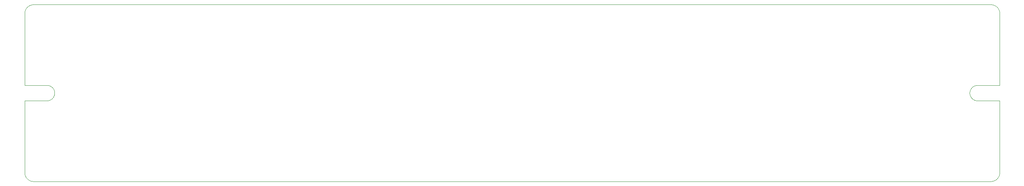
<source format=gbr>
G04 #@! TF.GenerationSoftware,KiCad,Pcbnew,(5.1.5)-3*
G04 #@! TF.CreationDate,2020-05-22T16:17:05-04:00*
G04 #@! TF.ProjectId,os_multitap,6f735f6d-756c-4746-9974-61702e6b6963,rev?*
G04 #@! TF.SameCoordinates,Original*
G04 #@! TF.FileFunction,Profile,NP*
%FSLAX46Y46*%
G04 Gerber Fmt 4.6, Leading zero omitted, Abs format (unit mm)*
G04 Created by KiCad (PCBNEW (5.1.5)-3) date 2020-05-22 16:17:05*
%MOMM*%
%LPD*%
G04 APERTURE LIST*
%ADD10C,0.100000*%
G04 APERTURE END LIST*
D10*
X43455786Y-88175786D02*
X43405706Y-88227696D01*
X43405706Y-88227696D02*
X43357563Y-88281343D01*
X43357563Y-88281343D02*
X43311760Y-88336229D01*
X43311760Y-88336229D02*
X43267483Y-88393339D01*
X43267483Y-88393339D02*
X43224082Y-88453771D01*
X43224082Y-88453771D02*
X43183858Y-88514368D01*
X43183858Y-88514368D02*
X43144954Y-88577937D01*
X43144954Y-88577937D02*
X43107409Y-88644850D01*
X43107409Y-88644850D02*
X43073321Y-88711377D01*
X43073321Y-88711377D02*
X43041145Y-88780489D01*
X43041145Y-88780489D02*
X43010503Y-88853593D01*
X43010503Y-88853593D02*
X42982527Y-88928585D01*
X42982527Y-88928585D02*
X42957670Y-89004312D01*
X42957670Y-89004312D02*
X42935395Y-89082699D01*
X42935395Y-89082699D02*
X42915903Y-89163905D01*
X42915903Y-89163905D02*
X42899498Y-89247701D01*
X42899498Y-89247701D02*
X42886312Y-89334982D01*
X42886312Y-89334982D02*
X42876749Y-89425708D01*
X42876749Y-89425708D02*
X42871187Y-89520976D01*
X42871187Y-89520976D02*
X42870000Y-89590000D01*
X262284215Y-88175785D02*
X262232298Y-88125705D01*
X262232298Y-88125705D02*
X262179378Y-88078195D01*
X262179378Y-88078195D02*
X262123612Y-88031638D01*
X262123612Y-88031638D02*
X262065424Y-87986564D01*
X262065424Y-87986564D02*
X262007006Y-87944623D01*
X262007006Y-87944623D02*
X261946591Y-87904473D01*
X261946591Y-87904473D02*
X261883041Y-87865533D01*
X261883041Y-87865533D02*
X261817831Y-87828851D01*
X261817831Y-87828851D02*
X261750668Y-87794326D01*
X261750668Y-87794326D02*
X261682465Y-87762454D01*
X261682465Y-87762454D02*
X261612066Y-87732756D01*
X261612066Y-87732756D02*
X261537878Y-87704806D01*
X261537878Y-87704806D02*
X261461879Y-87679579D01*
X261461879Y-87679579D02*
X261382648Y-87656807D01*
X261382648Y-87656807D02*
X261299451Y-87636639D01*
X261299451Y-87636639D02*
X261215691Y-87620089D01*
X261215691Y-87620089D02*
X261128057Y-87606705D01*
X261128057Y-87606705D02*
X261035434Y-87596844D01*
X261035434Y-87596844D02*
X260940566Y-87591239D01*
X260940566Y-87591239D02*
X260870000Y-87589999D01*
X262870002Y-89590000D02*
X262867580Y-89491595D01*
X262867580Y-89491595D02*
X262860717Y-89397495D01*
X262860717Y-89397495D02*
X262849965Y-89307572D01*
X262849965Y-89307572D02*
X262835730Y-89221305D01*
X262835730Y-89221305D02*
X262817862Y-89136297D01*
X262817862Y-89136297D02*
X262797388Y-89055970D01*
X262797388Y-89055970D02*
X262774214Y-88978470D01*
X262774214Y-88978470D02*
X262748212Y-88902744D01*
X262748212Y-88902744D02*
X262719794Y-88829562D01*
X262719794Y-88829562D02*
X262689473Y-88759629D01*
X262689473Y-88759629D02*
X262656503Y-88690881D01*
X262656503Y-88690881D02*
X262620911Y-88623395D01*
X262620911Y-88623395D02*
X262584310Y-88559870D01*
X262584310Y-88559870D02*
X262545352Y-88497648D01*
X262545352Y-88497648D02*
X262503624Y-88436174D01*
X262503624Y-88436174D02*
X262460479Y-88377395D01*
X262460479Y-88377395D02*
X262414625Y-88319503D01*
X262414625Y-88319503D02*
X262368064Y-88264926D01*
X262368064Y-88264926D02*
X262319427Y-88211896D01*
X262319427Y-88211896D02*
X262284215Y-88175785D01*
X44870000Y-127590001D02*
X260870000Y-127590001D01*
X260870000Y-87589999D02*
X44870000Y-87589999D01*
X262870002Y-125589999D02*
X262870002Y-109340000D01*
X44870000Y-87589999D02*
X44771595Y-87592417D01*
X44771595Y-87592417D02*
X44677687Y-87599258D01*
X44677687Y-87599258D02*
X44587952Y-87609974D01*
X44587952Y-87609974D02*
X44500552Y-87624407D01*
X44500552Y-87624407D02*
X44414435Y-87642562D01*
X44414435Y-87642562D02*
X44333764Y-87663218D01*
X44333764Y-87663218D02*
X44254115Y-87687181D01*
X44254115Y-87687181D02*
X44177735Y-87713621D01*
X44177735Y-87713621D02*
X44105335Y-87741946D01*
X44105335Y-87741946D02*
X44033393Y-87773377D01*
X44033393Y-87773377D02*
X43965435Y-87806240D01*
X43965435Y-87806240D02*
X43898054Y-87842037D01*
X43898054Y-87842037D02*
X43828755Y-87882409D01*
X43828755Y-87882409D02*
X43767412Y-87921360D01*
X43767412Y-87921360D02*
X43706798Y-87963031D01*
X43706798Y-87963031D02*
X43647640Y-88006998D01*
X43647640Y-88006998D02*
X43591191Y-88052244D01*
X43591191Y-88052244D02*
X43537419Y-88098605D01*
X43537419Y-88098605D02*
X43484328Y-88147799D01*
X43484328Y-88147799D02*
X43455786Y-88175786D01*
X42870000Y-109340000D02*
X42870000Y-125589999D01*
X43455786Y-127004214D02*
X43507696Y-127054285D01*
X43507696Y-127054285D02*
X43560614Y-127101795D01*
X43560614Y-127101795D02*
X43618329Y-127149918D01*
X43618329Y-127149918D02*
X43675493Y-127194116D01*
X43675493Y-127194116D02*
X43733771Y-127235910D01*
X43733771Y-127235910D02*
X43797916Y-127278391D01*
X43797916Y-127278391D02*
X43862224Y-127317543D01*
X43862224Y-127317543D02*
X43927543Y-127354026D01*
X43927543Y-127354026D02*
X43994118Y-127388008D01*
X43994118Y-127388008D02*
X44063278Y-127420081D01*
X44063278Y-127420081D02*
X44135009Y-127450049D01*
X44135009Y-127450049D02*
X44210744Y-127478220D01*
X44210744Y-127478220D02*
X44286318Y-127502934D01*
X44286318Y-127502934D02*
X44365471Y-127525318D01*
X44365471Y-127525318D02*
X44448765Y-127545141D01*
X44448765Y-127545141D02*
X44532989Y-127561408D01*
X44532989Y-127561408D02*
X44620703Y-127574407D01*
X44620703Y-127574407D02*
X44713012Y-127583831D01*
X44713012Y-127583831D02*
X44808717Y-127589060D01*
X44808717Y-127589060D02*
X44870000Y-127590001D01*
X42870000Y-125589999D02*
X42872418Y-125688399D01*
X42872418Y-125688399D02*
X42879408Y-125783838D01*
X42879408Y-125783838D02*
X42890356Y-125874698D01*
X42890356Y-125874698D02*
X42904976Y-125962453D01*
X42904976Y-125962453D02*
X42923262Y-126048533D01*
X42923262Y-126048533D02*
X42944141Y-126129537D01*
X42944141Y-126129537D02*
X42967652Y-126207328D01*
X42967652Y-126207328D02*
X42993490Y-126281896D01*
X42993490Y-126281896D02*
X43021947Y-126354661D01*
X43021947Y-126354661D02*
X43052900Y-126425559D01*
X43052900Y-126425559D02*
X43086241Y-126494554D01*
X43086241Y-126494554D02*
X43120927Y-126559934D01*
X43120927Y-126559934D02*
X43157850Y-126623720D01*
X43157850Y-126623720D02*
X43197993Y-126687466D01*
X43197993Y-126687466D02*
X43239472Y-126748197D01*
X43239472Y-126748197D02*
X43282311Y-126806257D01*
X43282311Y-126806257D02*
X43327083Y-126862571D01*
X43327083Y-126862571D02*
X43373466Y-126916800D01*
X43373466Y-126916800D02*
X43421638Y-126969222D01*
X43421638Y-126969222D02*
X43455786Y-127004214D01*
X257870001Y-105840000D02*
X257766978Y-105843022D01*
X257766978Y-105843022D02*
X257673791Y-105851004D01*
X257673791Y-105851004D02*
X257585669Y-105863211D01*
X257585669Y-105863211D02*
X257499333Y-105879659D01*
X257499333Y-105879659D02*
X257417699Y-105899416D01*
X257417699Y-105899416D02*
X257339039Y-105922451D01*
X257339039Y-105922451D02*
X257263394Y-105948467D01*
X257263394Y-105948467D02*
X257189554Y-105977684D01*
X257189554Y-105977684D02*
X257114809Y-106011322D01*
X257114809Y-106011322D02*
X257046852Y-106045674D01*
X257046852Y-106045674D02*
X256978949Y-106083831D01*
X256978949Y-106083831D02*
X256915768Y-106123041D01*
X256915768Y-106123041D02*
X256855721Y-106163889D01*
X256855721Y-106163889D02*
X256797194Y-106207368D01*
X256797194Y-106207368D02*
X256740798Y-106253024D01*
X256740798Y-106253024D02*
X256687398Y-106300004D01*
X256687398Y-106300004D02*
X256634903Y-106350169D01*
X256634903Y-106350169D02*
X256585014Y-106401948D01*
X256585014Y-106401948D02*
X256536286Y-106456924D01*
X256536286Y-106456924D02*
X256491139Y-106512331D01*
X256491139Y-106512331D02*
X256447602Y-106570504D01*
X256447602Y-106570504D02*
X256406836Y-106629949D01*
X256406836Y-106629949D02*
X256367892Y-106692120D01*
X256367892Y-106692120D02*
X256354456Y-106715000D01*
X262284215Y-127004214D02*
X262334286Y-126952297D01*
X262334286Y-126952297D02*
X262381921Y-126899230D01*
X262381921Y-126899230D02*
X262428232Y-126843762D01*
X262428232Y-126843762D02*
X262472510Y-126786654D01*
X262472510Y-126786654D02*
X262515475Y-126726849D01*
X262515475Y-126726849D02*
X262556546Y-126664978D01*
X262556546Y-126664978D02*
X262594649Y-126602710D01*
X262594649Y-126602710D02*
X262630959Y-126538165D01*
X262630959Y-126538165D02*
X262665665Y-126470667D01*
X262665665Y-126470667D02*
X262697768Y-126401942D01*
X262697768Y-126401942D02*
X262727802Y-126330648D01*
X262727802Y-126330648D02*
X262755311Y-126257517D01*
X262755311Y-126257517D02*
X262780638Y-126181149D01*
X262780638Y-126181149D02*
X262803184Y-126102647D01*
X262803184Y-126102647D02*
X262823353Y-126019450D01*
X262823353Y-126019450D02*
X262840103Y-125934558D01*
X262840103Y-125934558D02*
X262853386Y-125847294D01*
X262853386Y-125847294D02*
X262863084Y-125756201D01*
X262863084Y-125756201D02*
X262868808Y-125659018D01*
X262868808Y-125659018D02*
X262870002Y-125589999D01*
X47870000Y-109340000D02*
X42870000Y-109340000D01*
X42870000Y-105839999D02*
X47870000Y-105839999D01*
X42870000Y-89590000D02*
X42870000Y-105839999D01*
X49385545Y-106715000D02*
X49345508Y-106649046D01*
X49345508Y-106649046D02*
X49304936Y-106588241D01*
X49304936Y-106588241D02*
X49262752Y-106530356D01*
X49262752Y-106530356D02*
X49217845Y-106473780D01*
X49217845Y-106473780D02*
X49169463Y-106417807D01*
X49169463Y-106417807D02*
X49117984Y-106363145D01*
X49117984Y-106363145D02*
X49064682Y-106311189D01*
X49064682Y-106311189D02*
X49011368Y-106263398D01*
X49011368Y-106263398D02*
X48955196Y-106217078D01*
X48955196Y-106217078D02*
X48897227Y-106173193D01*
X48897227Y-106173193D02*
X48838100Y-106132159D01*
X48838100Y-106132159D02*
X48776614Y-106093151D01*
X48776614Y-106093151D02*
X48711827Y-106055780D01*
X48711827Y-106055780D02*
X48645493Y-106021202D01*
X48645493Y-106021202D02*
X48575265Y-105988393D01*
X48575265Y-105988393D02*
X48503163Y-105958534D01*
X48503163Y-105958534D02*
X48429686Y-105931880D01*
X48429686Y-105931880D02*
X48352798Y-105907875D01*
X48352798Y-105907875D02*
X48272502Y-105886871D01*
X48272502Y-105886871D02*
X48189705Y-105869407D01*
X48189705Y-105869407D02*
X48102694Y-105855508D01*
X48102694Y-105855508D02*
X48011042Y-105845673D01*
X48011042Y-105845673D02*
X47914788Y-105840568D01*
X47914788Y-105840568D02*
X47870000Y-105840000D01*
X260870000Y-127590001D02*
X260968400Y-127587579D01*
X260968400Y-127587579D02*
X261062305Y-127580736D01*
X261062305Y-127580736D02*
X261152419Y-127569964D01*
X261152419Y-127569964D02*
X261240195Y-127555446D01*
X261240195Y-127555446D02*
X261326300Y-127537253D01*
X261326300Y-127537253D02*
X261406597Y-127516671D01*
X261406597Y-127516671D02*
X261485153Y-127493044D01*
X261485153Y-127493044D02*
X261560109Y-127467161D01*
X261560109Y-127467161D02*
X261633253Y-127438631D01*
X261633253Y-127438631D02*
X261703136Y-127408205D01*
X261703136Y-127408205D02*
X261771493Y-127375299D01*
X261771493Y-127375299D02*
X261844605Y-127336465D01*
X261844605Y-127336465D02*
X261910583Y-127297979D01*
X261910583Y-127297979D02*
X261972262Y-127258842D01*
X261972262Y-127258842D02*
X262031947Y-127217850D01*
X262031947Y-127217850D02*
X262089917Y-127174870D01*
X262089917Y-127174870D02*
X262146430Y-127129717D01*
X262146430Y-127129717D02*
X262200266Y-127083446D01*
X262200266Y-127083446D02*
X262254266Y-127033537D01*
X262254266Y-127033537D02*
X262284215Y-127004214D01*
X257870001Y-105839999D02*
X262870002Y-105839999D01*
X256354456Y-108465000D02*
X256393752Y-108529794D01*
X256393752Y-108529794D02*
X256435057Y-108591750D01*
X256435057Y-108591750D02*
X256478746Y-108651611D01*
X256478746Y-108651611D02*
X256524731Y-108709323D01*
X256524731Y-108709323D02*
X256571730Y-108763516D01*
X256571730Y-108763516D02*
X256621695Y-108816529D01*
X256621695Y-108816529D02*
X256673035Y-108866675D01*
X256673035Y-108866675D02*
X256726268Y-108914566D01*
X256726268Y-108914566D02*
X256783406Y-108961815D01*
X256783406Y-108961815D02*
X256841330Y-109005759D01*
X256841330Y-109005759D02*
X256900971Y-109047222D01*
X256900971Y-109047222D02*
X256962242Y-109086151D01*
X256962242Y-109086151D02*
X257028164Y-109124211D01*
X257028164Y-109124211D02*
X257094501Y-109158793D01*
X257094501Y-109158793D02*
X257163306Y-109190972D01*
X257163306Y-109190972D02*
X257234759Y-109220654D01*
X257234759Y-109220654D02*
X257310305Y-109248113D01*
X257310305Y-109248113D02*
X257387195Y-109272117D01*
X257387195Y-109272117D02*
X257467491Y-109293121D01*
X257467491Y-109293121D02*
X257550287Y-109310584D01*
X257550287Y-109310584D02*
X257637302Y-109324488D01*
X257637302Y-109324488D02*
X257728952Y-109334319D01*
X257728952Y-109334319D02*
X257825206Y-109339426D01*
X257825206Y-109339426D02*
X257870001Y-109340000D01*
X49385545Y-108465000D02*
X49421375Y-108399773D01*
X49421375Y-108399773D02*
X49455777Y-108330171D01*
X49455777Y-108330171D02*
X49486393Y-108260719D01*
X49486393Y-108260719D02*
X49514466Y-108188619D01*
X49514466Y-108188619D02*
X49540705Y-108110933D01*
X49540705Y-108110933D02*
X49563426Y-108031513D01*
X49563426Y-108031513D02*
X49582593Y-107950027D01*
X49582593Y-107950027D02*
X49598371Y-107864402D01*
X49598371Y-107864402D02*
X49610230Y-107774729D01*
X49610230Y-107774729D02*
X49617625Y-107681137D01*
X49617625Y-107681137D02*
X49619980Y-107582032D01*
X49619980Y-107582032D02*
X49616750Y-107483385D01*
X49616750Y-107483385D02*
X49608475Y-107389405D01*
X49608475Y-107389405D02*
X49596087Y-107301569D01*
X49596087Y-107301569D02*
X49579941Y-107217566D01*
X49579941Y-107217566D02*
X49560233Y-107136407D01*
X49560233Y-107136407D02*
X49534876Y-107050720D01*
X49534876Y-107050720D02*
X49508706Y-106975783D01*
X49508706Y-106975783D02*
X49480097Y-106904306D01*
X49480097Y-106904306D02*
X49448022Y-106833437D01*
X49448022Y-106833437D02*
X49414362Y-106766924D01*
X49414362Y-106766924D02*
X49385545Y-106715000D01*
X262870002Y-105839999D02*
X262870002Y-89590000D01*
X256354456Y-106715000D02*
X256318828Y-106779815D01*
X256318828Y-106779815D02*
X256285560Y-106846948D01*
X256285560Y-106846948D02*
X256254293Y-106917610D01*
X256254293Y-106917610D02*
X256226143Y-106989684D01*
X256226143Y-106989684D02*
X256200223Y-107066069D01*
X256200223Y-107066069D02*
X256177473Y-107145030D01*
X256177473Y-107145030D02*
X256157353Y-107230181D01*
X256157353Y-107230181D02*
X256140797Y-107320849D01*
X256140797Y-107320849D02*
X256129211Y-107410551D01*
X256129211Y-107410551D02*
X256122102Y-107504162D01*
X256122102Y-107504162D02*
X256120063Y-107605045D01*
X256120063Y-107605045D02*
X256123605Y-107702354D01*
X256123605Y-107702354D02*
X256132082Y-107795430D01*
X256132082Y-107795430D02*
X256144791Y-107883676D01*
X256144791Y-107883676D02*
X256161147Y-107967421D01*
X256161147Y-107967421D02*
X256181626Y-108050477D01*
X256181626Y-108050477D02*
X256204566Y-108127568D01*
X256204566Y-108127568D02*
X256230972Y-108203368D01*
X256230972Y-108203368D02*
X256260604Y-108277345D01*
X256260604Y-108277345D02*
X256291971Y-108346554D01*
X256291971Y-108346554D02*
X256325634Y-108413071D01*
X256325634Y-108413071D02*
X256354456Y-108465000D01*
X262870002Y-109340000D02*
X257870001Y-109340000D01*
X47870000Y-109340000D02*
X47967571Y-109337284D01*
X47967571Y-109337284D02*
X48062833Y-109329362D01*
X48062833Y-109329362D02*
X48154323Y-109316780D01*
X48154323Y-109316780D02*
X48238909Y-109300711D01*
X48238909Y-109300711D02*
X48322295Y-109280578D01*
X48322295Y-109280578D02*
X48400527Y-109257673D01*
X48400527Y-109257673D02*
X48476598Y-109231527D01*
X48476598Y-109231527D02*
X48549213Y-109202825D01*
X48549213Y-109202825D02*
X48618383Y-109171906D01*
X48618383Y-109171906D02*
X48685318Y-109138463D01*
X48685318Y-109138463D02*
X48749974Y-109102656D01*
X48749974Y-109102656D02*
X48813810Y-109063674D01*
X48813810Y-109063674D02*
X48874136Y-109023254D01*
X48874136Y-109023254D02*
X48932431Y-108980603D01*
X48932431Y-108980603D02*
X48989666Y-108934958D01*
X48989666Y-108934958D02*
X49043382Y-108888373D01*
X49043382Y-108888373D02*
X49095260Y-108839543D01*
X49095260Y-108839543D02*
X49145225Y-108788513D01*
X49145225Y-108788513D02*
X49193196Y-108735328D01*
X49193196Y-108735328D02*
X49239937Y-108678976D01*
X49239937Y-108678976D02*
X49283916Y-108621215D01*
X49283916Y-108621215D02*
X49325388Y-108561788D01*
X49325388Y-108561788D02*
X49365502Y-108498826D01*
X49365502Y-108498826D02*
X49385545Y-108465000D01*
M02*

</source>
